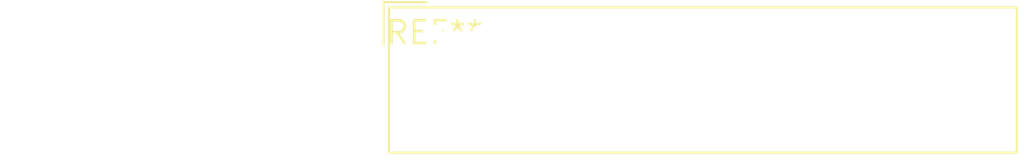
<source format=kicad_pcb>
(kicad_pcb (version 20240108) (generator pcbnew)
  (layers (0 "F.Cu" signal) (31 "B.Cu" signal) (34 "B.Paste" user) (35 "F.Paste" user) (36 "B.SilkS" user "B.Silkscreen") (37 "F.SilkS" user "F.Silkscreen") (38 "B.Mask" user) (39 "F.Mask" user) (44 "Edge.Cuts" user))
  (net 0 "")
  (footprint "Molex_SPOX_5268-13A_1x13_P2.50mm_Horizontal" (layer "F.Cu") (at 0 0)
    (property "Reference" "REF**")
    (property "Value" "Molex_SPOX_5268-13A_1x13_P2.50mm_Horizontal")
    (fp_line (start -2.86 -1.71) (end -0.45 -1.71) (layer "F.SilkS") (stroke (width 0.12)))
    (fp_line (start -2.86 0.7) (end -2.86 -1.71) (layer "F.SilkS") (stroke (width 0.12)))
    (fp_line (start -2.56 -1.41) (end -2.56 6.71) (layer "F.SilkS") (stroke (width 0.12)))
    (fp_line (start -2.56 6.71) (end 32.56 6.71) (layer "F.SilkS") (stroke (width 0.12)))
    (fp_line (start 32.56 -1.41) (end -2.56 -1.41) (layer "F.SilkS") (stroke (width 0.12)))
    (fp_line (start 32.56 6.71) (end 32.56 -1.41) (layer "F.SilkS") (stroke (width 0.12)))
    (pad "1" thru_hole roundrect (at 0 0) (size 1.7 1.85) (drill 0.85) (layers *.Cu *.Mask) (remove_unused_layers) (roundrect_rratio 0.147059))
    (pad "2" thru_hole oval (at 2.5 0) (size 1.7 1.85) (drill 0.85) (layers *.Cu *.Mask) (remove_unused_layers))
    (pad "3" thru_hole oval (at 5 0) (size 1.7 1.85) (drill 0.85) (layers *.Cu *.Mask) (remove_unused_layers))
    (pad "4" thru_hole oval (at 7.5 0) (size 1.7 1.85) (drill 0.85) (layers *.Cu *.Mask) (remove_unused_layers))
    (pad "5" thru_hole oval (at 10 0) (size 1.7 1.85) (drill 0.85) (layers *.Cu *.Mask) (remove_unused_layers))
    (pad "6" thru_hole oval (at 12.5 0) (size 1.7 1.85) (drill 0.85) (layers *.Cu *.Mask) (remove_unused_layers))
    (pad "7" thru_hole oval (at 15 0) (size 1.7 1.85) (drill 0.85) (layers *.Cu *.Mask) (remove_unused_layers))
    (pad "8" thru_hole oval (at 17.5 0) (size 1.7 1.85) (drill 0.85) (layers *.Cu *.Mask) (remove_unused_layers))
    (pad "9" thru_hole oval (at 20 0) (size 1.7 1.85) (drill 0.85) (layers *.Cu *.Mask) (remove_unused_layers))
    (pad "10" thru_hole oval (at 22.5 0) (size 1.7 1.85) (drill 0.85) (layers *.Cu *.Mask) (remove_unused_layers))
    (pad "11" thru_hole oval (at 25 0) (size 1.7 1.85) (drill 0.85) (layers *.Cu *.Mask) (remove_unused_layers))
    (pad "12" thru_hole oval (at 27.5 0) (size 1.7 1.85) (drill 0.85) (layers *.Cu *.Mask) (remove_unused_layers))
    (pad "13" thru_hole oval (at 30 0) (size 1.7 1.85) (drill 0.85) (layers *.Cu *.Mask) (remove_unused_layers))
  )
)
</source>
